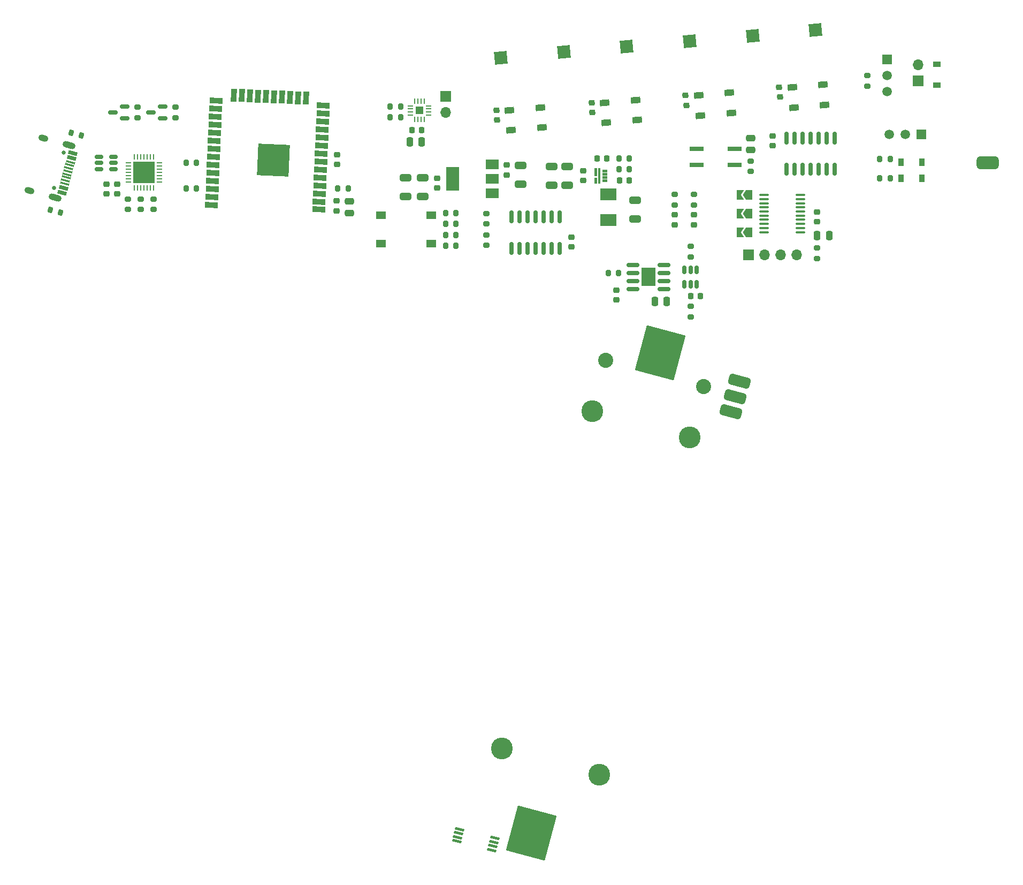
<source format=gts>
G04 #@! TF.GenerationSoftware,KiCad,Pcbnew,(6.0.5-0)*
G04 #@! TF.CreationDate,2022-11-26T13:27:52+01:00*
G04 #@! TF.ProjectId,Phazor,5068617a-6f72-42e6-9b69-6361645f7063,rev?*
G04 #@! TF.SameCoordinates,Original*
G04 #@! TF.FileFunction,Soldermask,Top*
G04 #@! TF.FilePolarity,Negative*
%FSLAX46Y46*%
G04 Gerber Fmt 4.6, Leading zero omitted, Abs format (unit mm)*
G04 Created by KiCad (PCBNEW (6.0.5-0)) date 2022-11-26 13:27:52*
%MOMM*%
%LPD*%
G01*
G04 APERTURE LIST*
G04 Aperture macros list*
%AMRoundRect*
0 Rectangle with rounded corners*
0 $1 Rounding radius*
0 $2 $3 $4 $5 $6 $7 $8 $9 X,Y pos of 4 corners*
0 Add a 4 corners polygon primitive as box body*
4,1,4,$2,$3,$4,$5,$6,$7,$8,$9,$2,$3,0*
0 Add four circle primitives for the rounded corners*
1,1,$1+$1,$2,$3*
1,1,$1+$1,$4,$5*
1,1,$1+$1,$6,$7*
1,1,$1+$1,$8,$9*
0 Add four rect primitives between the rounded corners*
20,1,$1+$1,$2,$3,$4,$5,0*
20,1,$1+$1,$4,$5,$6,$7,0*
20,1,$1+$1,$6,$7,$8,$9,0*
20,1,$1+$1,$8,$9,$2,$3,0*%
%AMHorizOval*
0 Thick line with rounded ends*
0 $1 width*
0 $2 $3 position (X,Y) of the first rounded end (center of the circle)*
0 $4 $5 position (X,Y) of the second rounded end (center of the circle)*
0 Add line between two ends*
20,1,$1,$2,$3,$4,$5,0*
0 Add two circle primitives to create the rounded ends*
1,1,$1,$2,$3*
1,1,$1,$4,$5*%
%AMRotRect*
0 Rectangle, with rotation*
0 The origin of the aperture is its center*
0 $1 length*
0 $2 width*
0 $3 Rotation angle, in degrees counterclockwise*
0 Add horizontal line*
21,1,$1,$2,0,0,$3*%
%AMFreePoly0*
4,1,6,1.000000,0.000000,0.500000,-0.750000,-0.500000,-0.750000,-0.500000,0.750000,0.500000,0.750000,1.000000,0.000000,1.000000,0.000000,$1*%
%AMFreePoly1*
4,1,6,0.500000,-0.750000,-0.650000,-0.750000,-0.150000,0.000000,-0.650000,0.750000,0.500000,0.750000,0.500000,-0.750000,0.500000,-0.750000,$1*%
G04 Aperture macros list end*
%ADD10C,0.010000*%
%ADD11FreePoly0,180.000000*%
%ADD12FreePoly1,180.000000*%
%ADD13C,3.450000*%
%ADD14C,2.390000*%
%ADD15RotRect,7.340000X6.350000X255.000000*%
%ADD16RoundRect,0.200000X-0.200000X-0.275000X0.200000X-0.275000X0.200000X0.275000X-0.200000X0.275000X0*%
%ADD17RoundRect,0.200000X-0.275000X0.200000X-0.275000X-0.200000X0.275000X-0.200000X0.275000X0.200000X0*%
%ADD18R,1.550000X1.300000*%
%ADD19RoundRect,0.250000X-0.650000X0.325000X-0.650000X-0.325000X0.650000X-0.325000X0.650000X0.325000X0*%
%ADD20RoundRect,0.437500X-1.154544X0.762293X-1.381011X-0.082893X1.154544X-0.762293X1.381011X0.082893X0*%
%ADD21R,2.000000X1.500000*%
%ADD22R,2.000000X3.800000*%
%ADD23RoundRect,0.218750X0.256250X-0.218750X0.256250X0.218750X-0.256250X0.218750X-0.256250X-0.218750X0*%
%ADD24RotRect,2.000000X2.000000X95.000000*%
%ADD25R,1.500000X1.500000*%
%ADD26C,1.500000*%
%ADD27RoundRect,0.225000X0.250000X-0.225000X0.250000X0.225000X-0.250000X0.225000X-0.250000X-0.225000X0*%
%ADD28RoundRect,0.225000X-0.250000X0.225000X-0.250000X-0.225000X0.250000X-0.225000X0.250000X0.225000X0*%
%ADD29RoundRect,0.200000X0.275000X-0.200000X0.275000X0.200000X-0.275000X0.200000X-0.275000X-0.200000X0*%
%ADD30R,0.900000X1.200000*%
%ADD31R,1.700000X1.700000*%
%ADD32O,1.700000X1.700000*%
%ADD33RotRect,1.500000X1.000000X5.000000*%
%ADD34RoundRect,0.200000X0.200000X0.275000X-0.200000X0.275000X-0.200000X-0.275000X0.200000X-0.275000X0*%
%ADD35RoundRect,0.150000X-0.150000X0.512500X-0.150000X-0.512500X0.150000X-0.512500X0.150000X0.512500X0*%
%ADD36RoundRect,0.250000X-0.475000X0.250000X-0.475000X-0.250000X0.475000X-0.250000X0.475000X0.250000X0*%
%ADD37C,0.650000*%
%ADD38RotRect,0.600000X1.450000X255.000000*%
%ADD39RotRect,0.300000X1.450000X255.000000*%
%ADD40HorizOval,1.000000X-0.531259X0.142350X0.531259X-0.142350X0*%
%ADD41HorizOval,1.000000X-0.289778X0.077646X0.289778X-0.077646X0*%
%ADD42RoundRect,0.225000X0.225000X0.250000X-0.225000X0.250000X-0.225000X-0.250000X0.225000X-0.250000X0*%
%ADD43RoundRect,0.225000X-0.268659X0.202355X-0.229439X-0.245933X0.268659X-0.202355X0.229439X0.245933X0*%
%ADD44RoundRect,0.150000X0.587500X0.150000X-0.587500X0.150000X-0.587500X-0.150000X0.587500X-0.150000X0*%
%ADD45RoundRect,0.250000X0.250000X0.475000X-0.250000X0.475000X-0.250000X-0.475000X0.250000X-0.475000X0*%
%ADD46RoundRect,0.200000X-0.264360X-0.213866X0.122010X-0.317393X0.264360X0.213866X-0.122010X0.317393X0*%
%ADD47RoundRect,0.500000X1.250000X0.500000X-1.250000X0.500000X-1.250000X-0.500000X1.250000X-0.500000X0*%
%ADD48RoundRect,0.150000X-0.825000X-0.150000X0.825000X-0.150000X0.825000X0.150000X-0.825000X0.150000X0*%
%ADD49R,2.290000X3.000000*%
%ADD50RoundRect,0.250000X0.650000X-0.325000X0.650000X0.325000X-0.650000X0.325000X-0.650000X-0.325000X0*%
%ADD51RoundRect,0.150000X-0.512500X-0.150000X0.512500X-0.150000X0.512500X0.150000X-0.512500X0.150000X0*%
%ADD52RoundRect,0.150000X0.150000X-0.825000X0.150000X0.825000X-0.150000X0.825000X-0.150000X-0.825000X0*%
%ADD53RotRect,2.000000X0.900000X177.500000*%
%ADD54RotRect,2.000000X0.900000X267.500000*%
%ADD55RotRect,5.000000X5.000000X177.500000*%
%ADD56R,2.500000X1.900000*%
%ADD57RoundRect,0.062500X-0.337500X-0.062500X0.337500X-0.062500X0.337500X0.062500X-0.337500X0.062500X0*%
%ADD58RoundRect,0.062500X-0.062500X-0.337500X0.062500X-0.337500X0.062500X0.337500X-0.062500X0.337500X0*%
%ADD59R,3.350000X3.350000*%
%ADD60RoundRect,0.100000X0.642756X-0.057196X-0.594371X0.251255X-0.642756X0.057196X0.594371X-0.251255X0*%
%ADD61RoundRect,0.250000X-0.250000X-0.475000X0.250000X-0.475000X0.250000X0.475000X-0.250000X0.475000X0*%
%ADD62RoundRect,0.062500X-0.350000X-0.062500X0.350000X-0.062500X0.350000X0.062500X-0.350000X0.062500X0*%
%ADD63RoundRect,0.062500X-0.062500X-0.350000X0.062500X-0.350000X0.062500X0.350000X-0.062500X0.350000X0*%
%ADD64R,1.230000X1.230000*%
%ADD65R,1.200000X0.900000*%
%ADD66RoundRect,0.100000X0.637500X0.100000X-0.637500X0.100000X-0.637500X-0.100000X0.637500X-0.100000X0*%
%ADD67RoundRect,0.187500X0.937500X0.187500X-0.937500X0.187500X-0.937500X-0.187500X0.937500X-0.187500X0*%
%ADD68RoundRect,0.150000X-0.150000X0.825000X-0.150000X-0.825000X0.150000X-0.825000X0.150000X0.825000X0*%
G04 APERTURE END LIST*
G36*
X165628520Y-44622479D02*
G01*
X165634520Y-44622479D01*
X165644520Y-44624479D01*
X165659520Y-44630479D01*
X165663520Y-44632479D01*
X165668520Y-44634479D01*
X165672520Y-44637479D01*
X165677520Y-44640479D01*
X165681520Y-44643479D01*
X165685520Y-44647479D01*
X165689520Y-44650479D01*
X165692520Y-44654479D01*
X165696520Y-44658479D01*
X165699520Y-44662479D01*
X165702520Y-44667479D01*
X165705520Y-44671479D01*
X165707520Y-44676479D01*
X165709520Y-44680479D01*
X165715520Y-44695479D01*
X165717520Y-44705479D01*
X165717520Y-44711479D01*
X165718520Y-44716479D01*
X165718520Y-44876479D01*
X165717520Y-44881479D01*
X165717520Y-44887479D01*
X165715520Y-44897479D01*
X165709520Y-44912479D01*
X165707520Y-44916479D01*
X165705520Y-44921479D01*
X165702520Y-44925479D01*
X165699520Y-44930479D01*
X165696520Y-44934479D01*
X165692520Y-44938479D01*
X165689520Y-44942479D01*
X165685520Y-44945479D01*
X165681520Y-44949479D01*
X165677520Y-44952479D01*
X165672520Y-44955479D01*
X165668520Y-44958479D01*
X165663520Y-44960479D01*
X165659520Y-44962479D01*
X165644520Y-44968479D01*
X165634520Y-44970479D01*
X165628520Y-44970479D01*
X165623520Y-44971479D01*
X165113520Y-44971479D01*
X165108520Y-44970479D01*
X165102520Y-44970479D01*
X165092520Y-44968479D01*
X165077520Y-44962479D01*
X165073520Y-44960479D01*
X165068520Y-44958479D01*
X165064520Y-44955479D01*
X165059520Y-44952479D01*
X165055520Y-44949479D01*
X165051520Y-44945479D01*
X165047520Y-44942479D01*
X165044520Y-44938479D01*
X165040520Y-44934479D01*
X165037520Y-44930479D01*
X165034520Y-44925479D01*
X165031520Y-44921479D01*
X165029520Y-44916479D01*
X165027520Y-44912479D01*
X165021520Y-44897479D01*
X165019520Y-44887479D01*
X165019520Y-44881479D01*
X165018520Y-44876479D01*
X165018520Y-44716479D01*
X165019520Y-44711479D01*
X165019520Y-44705479D01*
X165021520Y-44695479D01*
X165027520Y-44680479D01*
X165029520Y-44676479D01*
X165031520Y-44671479D01*
X165034520Y-44667479D01*
X165037520Y-44662479D01*
X165040520Y-44658479D01*
X165044520Y-44654479D01*
X165047520Y-44650479D01*
X165051520Y-44647479D01*
X165055520Y-44643479D01*
X165059520Y-44640479D01*
X165064520Y-44637479D01*
X165068520Y-44634479D01*
X165073520Y-44632479D01*
X165077520Y-44630479D01*
X165092520Y-44624479D01*
X165102520Y-44622479D01*
X165108520Y-44622479D01*
X165113520Y-44621479D01*
X165623520Y-44621479D01*
X165628520Y-44622479D01*
G37*
D10*
X165628520Y-44622479D02*
X165634520Y-44622479D01*
X165644520Y-44624479D01*
X165659520Y-44630479D01*
X165663520Y-44632479D01*
X165668520Y-44634479D01*
X165672520Y-44637479D01*
X165677520Y-44640479D01*
X165681520Y-44643479D01*
X165685520Y-44647479D01*
X165689520Y-44650479D01*
X165692520Y-44654479D01*
X165696520Y-44658479D01*
X165699520Y-44662479D01*
X165702520Y-44667479D01*
X165705520Y-44671479D01*
X165707520Y-44676479D01*
X165709520Y-44680479D01*
X165715520Y-44695479D01*
X165717520Y-44705479D01*
X165717520Y-44711479D01*
X165718520Y-44716479D01*
X165718520Y-44876479D01*
X165717520Y-44881479D01*
X165717520Y-44887479D01*
X165715520Y-44897479D01*
X165709520Y-44912479D01*
X165707520Y-44916479D01*
X165705520Y-44921479D01*
X165702520Y-44925479D01*
X165699520Y-44930479D01*
X165696520Y-44934479D01*
X165692520Y-44938479D01*
X165689520Y-44942479D01*
X165685520Y-44945479D01*
X165681520Y-44949479D01*
X165677520Y-44952479D01*
X165672520Y-44955479D01*
X165668520Y-44958479D01*
X165663520Y-44960479D01*
X165659520Y-44962479D01*
X165644520Y-44968479D01*
X165634520Y-44970479D01*
X165628520Y-44970479D01*
X165623520Y-44971479D01*
X165113520Y-44971479D01*
X165108520Y-44970479D01*
X165102520Y-44970479D01*
X165092520Y-44968479D01*
X165077520Y-44962479D01*
X165073520Y-44960479D01*
X165068520Y-44958479D01*
X165064520Y-44955479D01*
X165059520Y-44952479D01*
X165055520Y-44949479D01*
X165051520Y-44945479D01*
X165047520Y-44942479D01*
X165044520Y-44938479D01*
X165040520Y-44934479D01*
X165037520Y-44930479D01*
X165034520Y-44925479D01*
X165031520Y-44921479D01*
X165029520Y-44916479D01*
X165027520Y-44912479D01*
X165021520Y-44897479D01*
X165019520Y-44887479D01*
X165019520Y-44881479D01*
X165018520Y-44876479D01*
X165018520Y-44716479D01*
X165019520Y-44711479D01*
X165019520Y-44705479D01*
X165021520Y-44695479D01*
X165027520Y-44680479D01*
X165029520Y-44676479D01*
X165031520Y-44671479D01*
X165034520Y-44667479D01*
X165037520Y-44662479D01*
X165040520Y-44658479D01*
X165044520Y-44654479D01*
X165047520Y-44650479D01*
X165051520Y-44647479D01*
X165055520Y-44643479D01*
X165059520Y-44640479D01*
X165064520Y-44637479D01*
X165068520Y-44634479D01*
X165073520Y-44632479D01*
X165077520Y-44630479D01*
X165092520Y-44624479D01*
X165102520Y-44622479D01*
X165108520Y-44622479D01*
X165113520Y-44621479D01*
X165623520Y-44621479D01*
X165628520Y-44622479D01*
G36*
X164536520Y-44347479D02*
G01*
X164538520Y-44347479D01*
X164541520Y-44348479D01*
X164543520Y-44348479D01*
X164546520Y-44349479D01*
X164548520Y-44350479D01*
X164551520Y-44351479D01*
X164553520Y-44353479D01*
X164555520Y-44354479D01*
X164557520Y-44356479D01*
X164559520Y-44357479D01*
X164567520Y-44365479D01*
X164568520Y-44367479D01*
X164570520Y-44369479D01*
X164571520Y-44371479D01*
X164573520Y-44373479D01*
X164574520Y-44376479D01*
X164575520Y-44378479D01*
X164576520Y-44381479D01*
X164576520Y-44383479D01*
X164577520Y-44386479D01*
X164577520Y-44388479D01*
X164578520Y-44391479D01*
X164578520Y-46701479D01*
X164577520Y-46704479D01*
X164577520Y-46706479D01*
X164576520Y-46709479D01*
X164576520Y-46711479D01*
X164575520Y-46714479D01*
X164574520Y-46716479D01*
X164573520Y-46719479D01*
X164571520Y-46721479D01*
X164570520Y-46723479D01*
X164568520Y-46725479D01*
X164567520Y-46727479D01*
X164559520Y-46735479D01*
X164557520Y-46736479D01*
X164555520Y-46738479D01*
X164553520Y-46739479D01*
X164551520Y-46741479D01*
X164548520Y-46742479D01*
X164546520Y-46743479D01*
X164543520Y-46744479D01*
X164541520Y-46744479D01*
X164538520Y-46745479D01*
X164536520Y-46745479D01*
X164533520Y-46746479D01*
X164373520Y-46746479D01*
X164370520Y-46745479D01*
X164368520Y-46745479D01*
X164365520Y-46744479D01*
X164363520Y-46744479D01*
X164360520Y-46743479D01*
X164358520Y-46742479D01*
X164355520Y-46741479D01*
X164353520Y-46739479D01*
X164351520Y-46738479D01*
X164349520Y-46736479D01*
X164347520Y-46735479D01*
X164339520Y-46727479D01*
X164338520Y-46725479D01*
X164336520Y-46723479D01*
X164335520Y-46721479D01*
X164333520Y-46719479D01*
X164332520Y-46716479D01*
X164331520Y-46714479D01*
X164330520Y-46711479D01*
X164330520Y-46709479D01*
X164329520Y-46706479D01*
X164329520Y-46704479D01*
X164328520Y-46701479D01*
X164328520Y-44391479D01*
X164329520Y-44388479D01*
X164329520Y-44386479D01*
X164330520Y-44383479D01*
X164330520Y-44381479D01*
X164331520Y-44378479D01*
X164332520Y-44376479D01*
X164333520Y-44373479D01*
X164335520Y-44371479D01*
X164336520Y-44369479D01*
X164338520Y-44367479D01*
X164339520Y-44365479D01*
X164347520Y-44357479D01*
X164349520Y-44356479D01*
X164351520Y-44354479D01*
X164353520Y-44353479D01*
X164355520Y-44351479D01*
X164358520Y-44350479D01*
X164360520Y-44349479D01*
X164363520Y-44348479D01*
X164365520Y-44348479D01*
X164368520Y-44347479D01*
X164370520Y-44347479D01*
X164373520Y-44346479D01*
X164533520Y-44346479D01*
X164536520Y-44347479D01*
G37*
X164536520Y-44347479D02*
X164538520Y-44347479D01*
X164541520Y-44348479D01*
X164543520Y-44348479D01*
X164546520Y-44349479D01*
X164548520Y-44350479D01*
X164551520Y-44351479D01*
X164553520Y-44353479D01*
X164555520Y-44354479D01*
X164557520Y-44356479D01*
X164559520Y-44357479D01*
X164567520Y-44365479D01*
X164568520Y-44367479D01*
X164570520Y-44369479D01*
X164571520Y-44371479D01*
X164573520Y-44373479D01*
X164574520Y-44376479D01*
X164575520Y-44378479D01*
X164576520Y-44381479D01*
X164576520Y-44383479D01*
X164577520Y-44386479D01*
X164577520Y-44388479D01*
X164578520Y-44391479D01*
X164578520Y-46701479D01*
X164577520Y-46704479D01*
X164577520Y-46706479D01*
X164576520Y-46709479D01*
X164576520Y-46711479D01*
X164575520Y-46714479D01*
X164574520Y-46716479D01*
X164573520Y-46719479D01*
X164571520Y-46721479D01*
X164570520Y-46723479D01*
X164568520Y-46725479D01*
X164567520Y-46727479D01*
X164559520Y-46735479D01*
X164557520Y-46736479D01*
X164555520Y-46738479D01*
X164553520Y-46739479D01*
X164551520Y-46741479D01*
X164548520Y-46742479D01*
X164546520Y-46743479D01*
X164543520Y-46744479D01*
X164541520Y-46744479D01*
X164538520Y-46745479D01*
X164536520Y-46745479D01*
X164533520Y-46746479D01*
X164373520Y-46746479D01*
X164370520Y-46745479D01*
X164368520Y-46745479D01*
X164365520Y-46744479D01*
X164363520Y-46744479D01*
X164360520Y-46743479D01*
X164358520Y-46742479D01*
X164355520Y-46741479D01*
X164353520Y-46739479D01*
X164351520Y-46738479D01*
X164349520Y-46736479D01*
X164347520Y-46735479D01*
X164339520Y-46727479D01*
X164338520Y-46725479D01*
X164336520Y-46723479D01*
X164335520Y-46721479D01*
X164333520Y-46719479D01*
X164332520Y-46716479D01*
X164331520Y-46714479D01*
X164330520Y-46711479D01*
X164330520Y-46709479D01*
X164329520Y-46706479D01*
X164329520Y-46704479D01*
X164328520Y-46701479D01*
X164328520Y-44391479D01*
X164329520Y-44388479D01*
X164329520Y-44386479D01*
X164330520Y-44383479D01*
X164330520Y-44381479D01*
X164331520Y-44378479D01*
X164332520Y-44376479D01*
X164333520Y-44373479D01*
X164335520Y-44371479D01*
X164336520Y-44369479D01*
X164338520Y-44367479D01*
X164339520Y-44365479D01*
X164347520Y-44357479D01*
X164349520Y-44356479D01*
X164351520Y-44354479D01*
X164353520Y-44353479D01*
X164355520Y-44351479D01*
X164358520Y-44350479D01*
X164360520Y-44349479D01*
X164363520Y-44348479D01*
X164365520Y-44348479D01*
X164368520Y-44347479D01*
X164370520Y-44347479D01*
X164373520Y-44346479D01*
X164533520Y-44346479D01*
X164536520Y-44347479D01*
G36*
X165628520Y-46122479D02*
G01*
X165634520Y-46122479D01*
X165644520Y-46124479D01*
X165659520Y-46130479D01*
X165663520Y-46132479D01*
X165668520Y-46134479D01*
X165672520Y-46137479D01*
X165677520Y-46140479D01*
X165681520Y-46143479D01*
X165685520Y-46147479D01*
X165689520Y-46150479D01*
X165692520Y-46154479D01*
X165696520Y-46158479D01*
X165699520Y-46162479D01*
X165702520Y-46167479D01*
X165705520Y-46171479D01*
X165707520Y-46176479D01*
X165709520Y-46180479D01*
X165715520Y-46195479D01*
X165717520Y-46205479D01*
X165717520Y-46211479D01*
X165718520Y-46216479D01*
X165718520Y-46376479D01*
X165717520Y-46381479D01*
X165717520Y-46387479D01*
X165715520Y-46397479D01*
X165709520Y-46412479D01*
X165707520Y-46416479D01*
X165705520Y-46421479D01*
X165702520Y-46425479D01*
X165699520Y-46430479D01*
X165696520Y-46434479D01*
X165692520Y-46438479D01*
X165689520Y-46442479D01*
X165685520Y-46445479D01*
X165681520Y-46449479D01*
X165677520Y-46452479D01*
X165672520Y-46455479D01*
X165668520Y-46458479D01*
X165663520Y-46460479D01*
X165659520Y-46462479D01*
X165644520Y-46468479D01*
X165634520Y-46470479D01*
X165628520Y-46470479D01*
X165623520Y-46471479D01*
X165113520Y-46471479D01*
X165108520Y-46470479D01*
X165102520Y-46470479D01*
X165092520Y-46468479D01*
X165077520Y-46462479D01*
X165073520Y-46460479D01*
X165068520Y-46458479D01*
X165064520Y-46455479D01*
X165059520Y-46452479D01*
X165055520Y-46449479D01*
X165051520Y-46445479D01*
X165047520Y-46442479D01*
X165044520Y-46438479D01*
X165040520Y-46434479D01*
X165037520Y-46430479D01*
X165034520Y-46425479D01*
X165031520Y-46421479D01*
X165029520Y-46416479D01*
X165027520Y-46412479D01*
X165021520Y-46397479D01*
X165019520Y-46387479D01*
X165019520Y-46381479D01*
X165018520Y-46376479D01*
X165018520Y-46216479D01*
X165019520Y-46211479D01*
X165019520Y-46205479D01*
X165021520Y-46195479D01*
X165027520Y-46180479D01*
X165029520Y-46176479D01*
X165031520Y-46171479D01*
X165034520Y-46167479D01*
X165037520Y-46162479D01*
X165040520Y-46158479D01*
X165044520Y-46154479D01*
X165047520Y-46150479D01*
X165051520Y-46147479D01*
X165055520Y-46143479D01*
X165059520Y-46140479D01*
X165064520Y-46137479D01*
X165068520Y-46134479D01*
X165073520Y-46132479D01*
X165077520Y-46130479D01*
X165092520Y-46124479D01*
X165102520Y-46122479D01*
X165108520Y-46122479D01*
X165113520Y-46121479D01*
X165623520Y-46121479D01*
X165628520Y-46122479D01*
G37*
X165628520Y-46122479D02*
X165634520Y-46122479D01*
X165644520Y-46124479D01*
X165659520Y-46130479D01*
X165663520Y-46132479D01*
X165668520Y-46134479D01*
X165672520Y-46137479D01*
X165677520Y-46140479D01*
X165681520Y-46143479D01*
X165685520Y-46147479D01*
X165689520Y-46150479D01*
X165692520Y-46154479D01*
X165696520Y-46158479D01*
X165699520Y-46162479D01*
X165702520Y-46167479D01*
X165705520Y-46171479D01*
X165707520Y-46176479D01*
X165709520Y-46180479D01*
X165715520Y-46195479D01*
X165717520Y-46205479D01*
X165717520Y-46211479D01*
X165718520Y-46216479D01*
X165718520Y-46376479D01*
X165717520Y-46381479D01*
X165717520Y-46387479D01*
X165715520Y-46397479D01*
X165709520Y-46412479D01*
X165707520Y-46416479D01*
X165705520Y-46421479D01*
X165702520Y-46425479D01*
X165699520Y-46430479D01*
X165696520Y-46434479D01*
X165692520Y-46438479D01*
X165689520Y-46442479D01*
X165685520Y-46445479D01*
X165681520Y-46449479D01*
X165677520Y-46452479D01*
X165672520Y-46455479D01*
X165668520Y-46458479D01*
X165663520Y-46460479D01*
X165659520Y-46462479D01*
X165644520Y-46468479D01*
X165634520Y-46470479D01*
X165628520Y-46470479D01*
X165623520Y-46471479D01*
X165113520Y-46471479D01*
X165108520Y-46470479D01*
X165102520Y-46470479D01*
X165092520Y-46468479D01*
X165077520Y-46462479D01*
X165073520Y-46460479D01*
X165068520Y-46458479D01*
X165064520Y-46455479D01*
X165059520Y-46452479D01*
X165055520Y-46449479D01*
X165051520Y-46445479D01*
X165047520Y-46442479D01*
X165044520Y-46438479D01*
X165040520Y-46434479D01*
X165037520Y-46430479D01*
X165034520Y-46425479D01*
X165031520Y-46421479D01*
X165029520Y-46416479D01*
X165027520Y-46412479D01*
X165021520Y-46397479D01*
X165019520Y-46387479D01*
X165019520Y-46381479D01*
X165018520Y-46376479D01*
X165018520Y-46216479D01*
X165019520Y-46211479D01*
X165019520Y-46205479D01*
X165021520Y-46195479D01*
X165027520Y-46180479D01*
X165029520Y-46176479D01*
X165031520Y-46171479D01*
X165034520Y-46167479D01*
X165037520Y-46162479D01*
X165040520Y-46158479D01*
X165044520Y-46154479D01*
X165047520Y-46150479D01*
X165051520Y-46147479D01*
X165055520Y-46143479D01*
X165059520Y-46140479D01*
X165064520Y-46137479D01*
X165068520Y-46134479D01*
X165073520Y-46132479D01*
X165077520Y-46130479D01*
X165092520Y-46124479D01*
X165102520Y-46122479D01*
X165108520Y-46122479D01*
X165113520Y-46121479D01*
X165623520Y-46121479D01*
X165628520Y-46122479D01*
G36*
X165628520Y-45622479D02*
G01*
X165634520Y-45622479D01*
X165644520Y-45624479D01*
X165659520Y-45630479D01*
X165663520Y-45632479D01*
X165668520Y-45634479D01*
X165672520Y-45637479D01*
X165677520Y-45640479D01*
X165681520Y-45643479D01*
X165685520Y-45647479D01*
X165689520Y-45650479D01*
X165692520Y-45654479D01*
X165696520Y-45658479D01*
X165699520Y-45662479D01*
X165702520Y-45667479D01*
X165705520Y-45671479D01*
X165707520Y-45676479D01*
X165709520Y-45680479D01*
X165715520Y-45695479D01*
X165717520Y-45705479D01*
X165717520Y-45711479D01*
X165718520Y-45716479D01*
X165718520Y-45876479D01*
X165717520Y-45881479D01*
X165717520Y-45887479D01*
X165715520Y-45897479D01*
X165709520Y-45912479D01*
X165707520Y-45916479D01*
X165705520Y-45921479D01*
X165702520Y-45925479D01*
X165699520Y-45930479D01*
X165696520Y-45934479D01*
X165692520Y-45938479D01*
X165689520Y-45942479D01*
X165685520Y-45945479D01*
X165681520Y-45949479D01*
X165677520Y-45952479D01*
X165672520Y-45955479D01*
X165668520Y-45958479D01*
X165663520Y-45960479D01*
X165659520Y-45962479D01*
X165644520Y-45968479D01*
X165634520Y-45970479D01*
X165628520Y-45970479D01*
X165623520Y-45971479D01*
X165113520Y-45971479D01*
X165108520Y-45970479D01*
X165102520Y-45970479D01*
X165092520Y-45968479D01*
X165077520Y-45962479D01*
X165073520Y-45960479D01*
X165068520Y-45958479D01*
X165064520Y-45955479D01*
X165059520Y-45952479D01*
X165055520Y-45949479D01*
X165051520Y-45945479D01*
X165047520Y-45942479D01*
X165044520Y-45938479D01*
X165040520Y-45934479D01*
X165037520Y-45930479D01*
X165034520Y-45925479D01*
X165031520Y-45921479D01*
X165029520Y-45916479D01*
X165027520Y-45912479D01*
X165021520Y-45897479D01*
X165019520Y-45887479D01*
X165019520Y-45881479D01*
X165018520Y-45876479D01*
X165018520Y-45716479D01*
X165019520Y-45711479D01*
X165019520Y-45705479D01*
X165021520Y-45695479D01*
X165027520Y-45680479D01*
X165029520Y-45676479D01*
X165031520Y-45671479D01*
X165034520Y-45667479D01*
X165037520Y-45662479D01*
X165040520Y-45658479D01*
X165044520Y-45654479D01*
X165047520Y-45650479D01*
X165051520Y-45647479D01*
X165055520Y-45643479D01*
X165059520Y-45640479D01*
X165064520Y-45637479D01*
X165068520Y-45634479D01*
X165073520Y-45632479D01*
X165077520Y-45630479D01*
X165092520Y-45624479D01*
X165102520Y-45622479D01*
X165108520Y-45622479D01*
X165113520Y-45621479D01*
X165623520Y-45621479D01*
X165628520Y-45622479D01*
G37*
X165628520Y-45622479D02*
X165634520Y-45622479D01*
X165644520Y-45624479D01*
X165659520Y-45630479D01*
X165663520Y-45632479D01*
X165668520Y-45634479D01*
X165672520Y-45637479D01*
X165677520Y-45640479D01*
X165681520Y-45643479D01*
X165685520Y-45647479D01*
X165689520Y-45650479D01*
X165692520Y-45654479D01*
X165696520Y-45658479D01*
X165699520Y-45662479D01*
X165702520Y-45667479D01*
X165705520Y-45671479D01*
X165707520Y-45676479D01*
X165709520Y-45680479D01*
X165715520Y-45695479D01*
X165717520Y-45705479D01*
X165717520Y-45711479D01*
X165718520Y-45716479D01*
X165718520Y-45876479D01*
X165717520Y-45881479D01*
X165717520Y-45887479D01*
X165715520Y-45897479D01*
X165709520Y-45912479D01*
X165707520Y-45916479D01*
X165705520Y-45921479D01*
X165702520Y-45925479D01*
X165699520Y-45930479D01*
X165696520Y-45934479D01*
X165692520Y-45938479D01*
X165689520Y-45942479D01*
X165685520Y-45945479D01*
X165681520Y-45949479D01*
X165677520Y-45952479D01*
X165672520Y-45955479D01*
X165668520Y-45958479D01*
X165663520Y-45960479D01*
X165659520Y-45962479D01*
X165644520Y-45968479D01*
X165634520Y-45970479D01*
X165628520Y-45970479D01*
X165623520Y-45971479D01*
X165113520Y-45971479D01*
X165108520Y-45970479D01*
X165102520Y-45970479D01*
X165092520Y-45968479D01*
X165077520Y-45962479D01*
X165073520Y-45960479D01*
X165068520Y-45958479D01*
X165064520Y-45955479D01*
X165059520Y-45952479D01*
X165055520Y-45949479D01*
X165051520Y-45945479D01*
X165047520Y-45942479D01*
X165044520Y-45938479D01*
X165040520Y-45934479D01*
X165037520Y-45930479D01*
X165034520Y-45925479D01*
X165031520Y-45921479D01*
X165029520Y-45916479D01*
X165027520Y-45912479D01*
X165021520Y-45897479D01*
X165019520Y-45887479D01*
X165019520Y-45881479D01*
X165018520Y-45876479D01*
X165018520Y-45716479D01*
X165019520Y-45711479D01*
X165019520Y-45705479D01*
X165021520Y-45695479D01*
X165027520Y-45680479D01*
X165029520Y-45676479D01*
X165031520Y-45671479D01*
X165034520Y-45667479D01*
X165037520Y-45662479D01*
X165040520Y-45658479D01*
X165044520Y-45654479D01*
X165047520Y-45650479D01*
X165051520Y-45647479D01*
X165055520Y-45643479D01*
X165059520Y-45640479D01*
X165064520Y-45637479D01*
X165068520Y-45634479D01*
X165073520Y-45632479D01*
X165077520Y-45630479D01*
X165092520Y-45624479D01*
X165102520Y-45622479D01*
X165108520Y-45622479D01*
X165113520Y-45621479D01*
X165623520Y-45621479D01*
X165628520Y-45622479D01*
G36*
X164036520Y-44347479D02*
G01*
X164038520Y-44347479D01*
X164041520Y-44348479D01*
X164043520Y-44348479D01*
X164046520Y-44349479D01*
X164048520Y-44350479D01*
X164051520Y-44351479D01*
X164053520Y-44353479D01*
X164055520Y-44354479D01*
X164057520Y-44356479D01*
X164059520Y-44357479D01*
X164067520Y-44365479D01*
X164068520Y-44367479D01*
X164070520Y-44369479D01*
X164071520Y-44371479D01*
X164073520Y-44373479D01*
X164074520Y-44376479D01*
X164075520Y-44378479D01*
X164076520Y-44381479D01*
X164076520Y-44383479D01*
X164077520Y-44386479D01*
X164077520Y-44388479D01*
X164078520Y-44391479D01*
X164078520Y-45501479D01*
X164077520Y-45504479D01*
X164077520Y-45506479D01*
X164076520Y-45509479D01*
X164076520Y-45511479D01*
X164075520Y-45514479D01*
X164074520Y-45516479D01*
X164073520Y-45519479D01*
X164071520Y-45521479D01*
X164070520Y-45523479D01*
X164068520Y-45525479D01*
X164067520Y-45527479D01*
X164059520Y-45535479D01*
X164057520Y-45536479D01*
X164055520Y-45538479D01*
X164053520Y-45539479D01*
X164051520Y-45541479D01*
X164048520Y-45542479D01*
X164046520Y-45543479D01*
X164043520Y-45544479D01*
X164041520Y-45544479D01*
X164038520Y-45545479D01*
X164036520Y-45545479D01*
X164033520Y-45546479D01*
X163823520Y-45546479D01*
X163820520Y-45545479D01*
X163818520Y-45545479D01*
X163815520Y-45544479D01*
X163813520Y-45544479D01*
X163810520Y-45543479D01*
X163808520Y-45542479D01*
X163805520Y-45541479D01*
X163803520Y-45539479D01*
X163801520Y-45538479D01*
X163799520Y-45536479D01*
X163797520Y-45535479D01*
X163789520Y-45527479D01*
X163788520Y-45525479D01*
X163786520Y-45523479D01*
X163785520Y-45521479D01*
X163783520Y-45519479D01*
X163782520Y-45516479D01*
X163781520Y-45514479D01*
X163780520Y-45511479D01*
X163780520Y-45509479D01*
X163779520Y-45506479D01*
X163779520Y-45504479D01*
X163778520Y-45501479D01*
X163778520Y-44391479D01*
X163779520Y-44388479D01*
X163779520Y-44386479D01*
X163780520Y-44383479D01*
X163780520Y-44381479D01*
X163781520Y-44378479D01*
X163782520Y-44376479D01*
X163783520Y-44373479D01*
X163785520Y-44371479D01*
X163786520Y-44369479D01*
X163788520Y-44367479D01*
X163789520Y-44365479D01*
X163797520Y-44357479D01*
X163799520Y-44356479D01*
X163801520Y-44354479D01*
X163803520Y-44353479D01*
X163805520Y-44351479D01*
X163808520Y-44350479D01*
X163810520Y-44349479D01*
X163813520Y-44348479D01*
X163815520Y-44348479D01*
X163818520Y-44347479D01*
X163820520Y-44347479D01*
X163823520Y-44346479D01*
X164033520Y-44346479D01*
X164036520Y-44347479D01*
G37*
X164036520Y-44347479D02*
X164038520Y-44347479D01*
X164041520Y-44348479D01*
X164043520Y-44348479D01*
X164046520Y-44349479D01*
X164048520Y-44350479D01*
X164051520Y-44351479D01*
X164053520Y-44353479D01*
X164055520Y-44354479D01*
X164057520Y-44356479D01*
X164059520Y-44357479D01*
X164067520Y-44365479D01*
X164068520Y-44367479D01*
X164070520Y-44369479D01*
X164071520Y-44371479D01*
X164073520Y-44373479D01*
X164074520Y-44376479D01*
X164075520Y-44378479D01*
X164076520Y-44381479D01*
X164076520Y-44383479D01*
X164077520Y-44386479D01*
X164077520Y-44388479D01*
X164078520Y-44391479D01*
X164078520Y-45501479D01*
X164077520Y-45504479D01*
X164077520Y-45506479D01*
X164076520Y-45509479D01*
X164076520Y-45511479D01*
X164075520Y-45514479D01*
X164074520Y-45516479D01*
X164073520Y-45519479D01*
X164071520Y-45521479D01*
X164070520Y-45523479D01*
X164068520Y-45525479D01*
X164067520Y-45527479D01*
X164059520Y-45535479D01*
X164057520Y-45536479D01*
X164055520Y-45538479D01*
X164053520Y-45539479D01*
X164051520Y-45541479D01*
X164048520Y-45542479D01*
X164046520Y-45543479D01*
X164043520Y-45544479D01*
X164041520Y-45544479D01*
X164038520Y-45545479D01*
X164036520Y-45545479D01*
X164033520Y-45546479D01*
X163823520Y-45546479D01*
X163820520Y-45545479D01*
X163818520Y-45545479D01*
X163815520Y-45544479D01*
X163813520Y-45544479D01*
X163810520Y-45543479D01*
X163808520Y-45542479D01*
X163805520Y-45541479D01*
X163803520Y-45539479D01*
X163801520Y-45538479D01*
X163799520Y-45536479D01*
X163797520Y-45535479D01*
X163789520Y-45527479D01*
X163788520Y-45525479D01*
X163786520Y-45523479D01*
X163785520Y-45521479D01*
X163783520Y-45519479D01*
X163782520Y-45516479D01*
X163781520Y-45514479D01*
X163780520Y-45511479D01*
X163780520Y-45509479D01*
X163779520Y-45506479D01*
X163779520Y-45504479D01*
X163778520Y-45501479D01*
X163778520Y-44391479D01*
X163779520Y-44388479D01*
X163779520Y-44386479D01*
X163780520Y-44383479D01*
X163780520Y-44381479D01*
X163781520Y-44378479D01*
X163782520Y-44376479D01*
X163783520Y-44373479D01*
X163785520Y-44371479D01*
X163786520Y-44369479D01*
X163788520Y-44367479D01*
X163789520Y-44365479D01*
X163797520Y-44357479D01*
X163799520Y-44356479D01*
X163801520Y-44354479D01*
X163803520Y-44353479D01*
X163805520Y-44351479D01*
X163808520Y-44350479D01*
X163810520Y-44349479D01*
X163813520Y-44348479D01*
X163815520Y-44348479D01*
X163818520Y-44347479D01*
X163820520Y-44347479D01*
X163823520Y-44346479D01*
X164033520Y-44346479D01*
X164036520Y-44347479D01*
G36*
X164036520Y-45847479D02*
G01*
X164038520Y-45847479D01*
X164041520Y-45848479D01*
X164043520Y-45848479D01*
X164046520Y-45849479D01*
X164048520Y-45850479D01*
X164051520Y-45851479D01*
X164053520Y-45853479D01*
X164055520Y-45854479D01*
X164057520Y-45856479D01*
X164059520Y-45857479D01*
X164067520Y-45865479D01*
X164068520Y-45867479D01*
X164070520Y-45869479D01*
X164071520Y-45871479D01*
X164073520Y-45873479D01*
X164074520Y-45876479D01*
X164075520Y-45878479D01*
X164076520Y-45881479D01*
X164076520Y-45883479D01*
X164077520Y-45886479D01*
X164077520Y-45888479D01*
X164078520Y-45891479D01*
X164078520Y-46701479D01*
X164077520Y-46704479D01*
X164077520Y-46706479D01*
X164076520Y-46709479D01*
X164076520Y-46711479D01*
X164075520Y-46714479D01*
X164074520Y-46716479D01*
X164073520Y-46719479D01*
X164071520Y-46721479D01*
X164070520Y-46723479D01*
X164068520Y-46725479D01*
X164067520Y-46727479D01*
X164059520Y-46735479D01*
X164057520Y-46736479D01*
X164055520Y-46738479D01*
X164053520Y-46739479D01*
X164051520Y-46741479D01*
X164048520Y-46742479D01*
X164046520Y-46743479D01*
X164043520Y-46744479D01*
X164041520Y-46744479D01*
X164038520Y-46745479D01*
X164036520Y-46745479D01*
X164033520Y-46746479D01*
X163823520Y-46746479D01*
X163820520Y-46745479D01*
X163818520Y-46745479D01*
X163815520Y-46744479D01*
X163813520Y-46744479D01*
X163810520Y-46743479D01*
X163808520Y-46742479D01*
X163805520Y-46741479D01*
X163803520Y-46739479D01*
X163801520Y-46738479D01*
X163799520Y-46736479D01*
X163797520Y-46735479D01*
X163789520Y-46727479D01*
X163788520Y-46725479D01*
X163786520Y-46723479D01*
X163785520Y-46721479D01*
X163783520Y-46719479D01*
X163782520Y-46716479D01*
X163781520Y-46714479D01*
X163780520Y-46711479D01*
X163780520Y-46709479D01*
X163779520Y-46706479D01*
X163779520Y-46704479D01*
X163778520Y-46701479D01*
X163778520Y-45891479D01*
X163779520Y-45888479D01*
X163779520Y-45886479D01*
X163780520Y-45883479D01*
X163780520Y-45881479D01*
X163781520Y-45878479D01*
X163782520Y-45876479D01*
X163783520Y-45873479D01*
X163785520Y-45871479D01*
X163786520Y-45869479D01*
X163788520Y-45867479D01*
X163789520Y-45865479D01*
X163797520Y-45857479D01*
X163799520Y-45856479D01*
X163801520Y-45854479D01*
X163803520Y-45853479D01*
X163805520Y-45851479D01*
X163808520Y-45850479D01*
X163810520Y-45849479D01*
X163813520Y-45848479D01*
X163815520Y-45848479D01*
X163818520Y-45847479D01*
X163820520Y-45847479D01*
X163823520Y-45846479D01*
X164033520Y-45846479D01*
X164036520Y-45847479D01*
G37*
X164036520Y-45847479D02*
X164038520Y-45847479D01*
X164041520Y-45848479D01*
X164043520Y-45848479D01*
X164046520Y-45849479D01*
X164048520Y-45850479D01*
X164051520Y-45851479D01*
X164053520Y-45853479D01*
X164055520Y-45854479D01*
X164057520Y-45856479D01*
X164059520Y-45857479D01*
X164067520Y-45865479D01*
X164068520Y-45867479D01*
X164070520Y-45869479D01*
X164071520Y-45871479D01*
X164073520Y-45873479D01*
X164074520Y-45876479D01*
X164075520Y-45878479D01*
X164076520Y-45881479D01*
X164076520Y-45883479D01*
X164077520Y-45886479D01*
X164077520Y-45888479D01*
X164078520Y-45891479D01*
X164078520Y-46701479D01*
X164077520Y-46704479D01*
X164077520Y-46706479D01*
X164076520Y-46709479D01*
X164076520Y-46711479D01*
X164075520Y-46714479D01*
X164074520Y-46716479D01*
X164073520Y-46719479D01*
X164071520Y-46721479D01*
X164070520Y-46723479D01*
X164068520Y-46725479D01*
X164067520Y-46727479D01*
X164059520Y-46735479D01*
X164057520Y-46736479D01*
X164055520Y-46738479D01*
X164053520Y-46739479D01*
X164051520Y-46741479D01*
X164048520Y-46742479D01*
X164046520Y-46743479D01*
X164043520Y-46744479D01*
X164041520Y-46744479D01*
X164038520Y-46745479D01*
X164036520Y-46745479D01*
X164033520Y-46746479D01*
X163823520Y-46746479D01*
X163820520Y-46745479D01*
X163818520Y-46745479D01*
X163815520Y-46744479D01*
X163813520Y-46744479D01*
X163810520Y-46743479D01*
X163808520Y-46742479D01*
X163805520Y-46741479D01*
X163803520Y-46739479D01*
X163801520Y-46738479D01*
X163799520Y-46736479D01*
X163797520Y-46735479D01*
X163789520Y-46727479D01*
X163788520Y-46725479D01*
X163786520Y-46723479D01*
X163785520Y-46721479D01*
X163783520Y-46719479D01*
X163782520Y-46716479D01*
X163781520Y-46714479D01*
X163780520Y-46711479D01*
X163780520Y-46709479D01*
X163779520Y-46706479D01*
X163779520Y-46704479D01*
X163778520Y-46701479D01*
X163778520Y-45891479D01*
X163779520Y-45888479D01*
X163779520Y-45886479D01*
X163780520Y-45883479D01*
X163780520Y-45881479D01*
X163781520Y-45878479D01*
X163782520Y-45876479D01*
X163783520Y-45873479D01*
X163785520Y-45871479D01*
X163786520Y-45869479D01*
X163788520Y-45867479D01*
X163789520Y-45865479D01*
X163797520Y-45857479D01*
X163799520Y-45856479D01*
X163801520Y-45854479D01*
X163803520Y-45853479D01*
X163805520Y-45851479D01*
X163808520Y-45850479D01*
X163810520Y-45849479D01*
X163813520Y-45848479D01*
X163815520Y-45848479D01*
X163818520Y-45847479D01*
X163820520Y-45847479D01*
X163823520Y-45846479D01*
X164033520Y-45846479D01*
X164036520Y-45847479D01*
G36*
X165628520Y-45122479D02*
G01*
X165634520Y-45122479D01*
X165644520Y-45124479D01*
X165659520Y-45130479D01*
X165663520Y-45132479D01*
X165668520Y-45134479D01*
X165672520Y-45137479D01*
X165677520Y-45140479D01*
X165681520Y-45143479D01*
X165685520Y-45147479D01*
X165689520Y-45150479D01*
X165692520Y-45154479D01*
X165696520Y-45158479D01*
X165699520Y-45162479D01*
X165702520Y-45167479D01*
X165705520Y-45171479D01*
X165707520Y-45176479D01*
X165709520Y-45180479D01*
X165715520Y-45195479D01*
X165717520Y-45205479D01*
X165717520Y-45211479D01*
X165718520Y-45216479D01*
X165718520Y-45376479D01*
X165717520Y-45381479D01*
X165717520Y-45387479D01*
X165715520Y-45397479D01*
X165709520Y-45412479D01*
X165707520Y-45416479D01*
X165705520Y-45421479D01*
X165702520Y-45425479D01*
X165699520Y-45430479D01*
X165696520Y-45434479D01*
X165692520Y-45438479D01*
X165689520Y-45442479D01*
X165685520Y-45445479D01*
X165681520Y-45449479D01*
X165677520Y-45452479D01*
X165672520Y-45455479D01*
X165668520Y-45458479D01*
X165663520Y-45460479D01*
X165659520Y-45462479D01*
X165644520Y-45468479D01*
X165634520Y-45470479D01*
X165628520Y-45470479D01*
X165623520Y-45471479D01*
X165113520Y-45471479D01*
X165108520Y-45470479D01*
X165102520Y-45470479D01*
X165092520Y-45468479D01*
X165077520Y-45462479D01*
X165073520Y-45460479D01*
X165068520Y-45458479D01*
X165064520Y-45455479D01*
X165059520Y-45452479D01*
X165055520Y-45449479D01*
X165051520Y-45445479D01*
X165047520Y-45442479D01*
X165044520Y-45438479D01*
X165040520Y-45434479D01*
X165037520Y-45430479D01*
X165034520Y-45425479D01*
X165031520Y-45421479D01*
X165029520Y-45416479D01*
X165027520Y-45412479D01*
X165021520Y-45397479D01*
X165019520Y-45387479D01*
X165019520Y-45381479D01*
X165018520Y-45376479D01*
X165018520Y-45216479D01*
X165019520Y-45211479D01*
X165019520Y-45205479D01*
X165021520Y-45195479D01*
X165027520Y-45180479D01*
X165029520Y-45176479D01*
X165031520Y-45171479D01*
X165034520Y-45167479D01*
X165037520Y-45162479D01*
X165040520Y-45158479D01*
X165044520Y-45154479D01*
X165047520Y-45150479D01*
X165051520Y-45147479D01*
X165055520Y-45143479D01*
X165059520Y-45140479D01*
X165064520Y-45137479D01*
X165068520Y-45134479D01*
X165073520Y-45132479D01*
X165077520Y-45130479D01*
X165092520Y-45124479D01*
X165102520Y-45122479D01*
X165108520Y-45122479D01*
X165113520Y-45121479D01*
X165623520Y-45121479D01*
X165628520Y-45122479D01*
G37*
X165628520Y-45122479D02*
X165634520Y-45122479D01*
X165644520Y-45124479D01*
X165659520Y-45130479D01*
X165663520Y-45132479D01*
X165668520Y-45134479D01*
X165672520Y-45137479D01*
X165677520Y-45140479D01*
X165681520Y-45143479D01*
X165685520Y-45147479D01*
X165689520Y-45150479D01*
X165692520Y-45154479D01*
X165696520Y-45158479D01*
X165699520Y-45162479D01*
X165702520Y-45167479D01*
X165705520Y-45171479D01*
X165707520Y-45176479D01*
X165709520Y-45180479D01*
X165715520Y-45195479D01*
X165717520Y-45205479D01*
X165717520Y-45211479D01*
X165718520Y-45216479D01*
X165718520Y-45376479D01*
X165717520Y-45381479D01*
X165717520Y-45387479D01*
X165715520Y-45397479D01*
X165709520Y-45412479D01*
X165707520Y-45416479D01*
X165705520Y-45421479D01*
X165702520Y-45425479D01*
X165699520Y-45430479D01*
X165696520Y-45434479D01*
X165692520Y-45438479D01*
X165689520Y-45442479D01*
X165685520Y-45445479D01*
X165681520Y-45449479D01*
X165677520Y-45452479D01*
X165672520Y-45455479D01*
X165668520Y-45458479D01*
X165663520Y-45460479D01*
X165659520Y-45462479D01*
X165644520Y-45468479D01*
X165634520Y-45470479D01*
X165628520Y-45470479D01*
X165623520Y-45471479D01*
X165113520Y-45471479D01*
X165108520Y-45470479D01*
X165102520Y-45470479D01*
X165092520Y-45468479D01*
X165077520Y-45462479D01*
X165073520Y-45460479D01*
X165068520Y-45458479D01*
X165064520Y-45455479D01*
X165059520Y-45452479D01*
X165055520Y-45449479D01*
X165051520Y-45445479D01*
X165047520Y-45442479D01*
X165044520Y-45438479D01*
X165040520Y-45434479D01*
X165037520Y-45430479D01*
X165034520Y-45425479D01*
X165031520Y-45421479D01*
X165029520Y-45416479D01*
X165027520Y-45412479D01*
X165021520Y-45397479D01*
X165019520Y-45387479D01*
X165019520Y-45381479D01*
X165018520Y-45376479D01*
X165018520Y-45216479D01*
X165019520Y-45211479D01*
X165019520Y-45205479D01*
X165021520Y-45195479D01*
X165027520Y-45180479D01*
X165029520Y-45176479D01*
X165031520Y-45171479D01*
X165034520Y-45167479D01*
X165037520Y-45162479D01*
X165040520Y-45158479D01*
X165044520Y-45154479D01*
X165047520Y-45150479D01*
X165051520Y-45147479D01*
X165055520Y-45143479D01*
X165059520Y-45140479D01*
X165064520Y-45137479D01*
X165068520Y-45134479D01*
X165073520Y-45132479D01*
X165077520Y-45130479D01*
X165092520Y-45124479D01*
X165102520Y-45122479D01*
X165108520Y-45122479D01*
X165113520Y-45121479D01*
X165623520Y-45121479D01*
X165628520Y-45122479D01*
D11*
X188178520Y-48546480D03*
D12*
X186728520Y-48546480D03*
D13*
X164537521Y-140276585D03*
X163369519Y-82816375D03*
D14*
X180980295Y-78911317D03*
D15*
X174132873Y-73556617D03*
X153774167Y-149536343D03*
D16*
X167628520Y-42796479D03*
X169278520Y-42796479D03*
D17*
X146653520Y-54921480D03*
X146653520Y-56571480D03*
D18*
X137928520Y-51796480D03*
X129978520Y-51796480D03*
X129978520Y-56296480D03*
X137928520Y-56296480D03*
D19*
X152053520Y-43971479D03*
X152053520Y-46921479D03*
D20*
X185352952Y-82914815D03*
X186000000Y-80500000D03*
X186647048Y-78085185D03*
D16*
X208903520Y-45946480D03*
X210553520Y-45946480D03*
D21*
X147603520Y-48346480D03*
D22*
X141303520Y-46046480D03*
D21*
X147603520Y-46046480D03*
X147603520Y-43746480D03*
D23*
X176453520Y-53333980D03*
X176453520Y-51758980D03*
D24*
X188777413Y-23403365D03*
D25*
X210028520Y-27166480D03*
D26*
X210028520Y-29706480D03*
X210028520Y-32246480D03*
D16*
X99128520Y-43546480D03*
X100778520Y-43546480D03*
D27*
X198953520Y-52821480D03*
X198953520Y-51271480D03*
D28*
X167253520Y-63671480D03*
X167253520Y-65221480D03*
D29*
X206953520Y-31371480D03*
X206953520Y-29721480D03*
D30*
X212253520Y-45946480D03*
X215553520Y-45946480D03*
D16*
X131428520Y-36346480D03*
X133078520Y-36346480D03*
D31*
X188153520Y-58046480D03*
D32*
X190693520Y-58046480D03*
X193233520Y-58046480D03*
X195773520Y-58046480D03*
D33*
X150282793Y-35187632D03*
X150561691Y-38375455D03*
X155443045Y-37948392D03*
X155164147Y-34760569D03*
D34*
X210553520Y-42946480D03*
X208903520Y-42946480D03*
D33*
X180220177Y-32875528D03*
X180499075Y-36063351D03*
X185380429Y-35636288D03*
X185101531Y-32448465D03*
D35*
X179903520Y-60408980D03*
X178953520Y-60408980D03*
X178003520Y-60408980D03*
X178003520Y-62683980D03*
X178953520Y-62683980D03*
X179903520Y-62683980D03*
D29*
X91453520Y-36371480D03*
X91453520Y-34721480D03*
D19*
X156953520Y-44071479D03*
X156953520Y-47021479D03*
D11*
X188178520Y-51546480D03*
D12*
X186728520Y-51546480D03*
D36*
X124953520Y-49596480D03*
X124953520Y-51496480D03*
D19*
X159453520Y-44071479D03*
X159453520Y-47021479D03*
D34*
X141853520Y-53196480D03*
X140203520Y-53196480D03*
D24*
X158891573Y-26018037D03*
X148929626Y-26889595D03*
D37*
X79712914Y-41927884D03*
X78216940Y-47510935D03*
D38*
X81201852Y-41954144D03*
X80994797Y-42726885D03*
D39*
X80684214Y-43885996D03*
X80425395Y-44851922D03*
X80295985Y-45334884D03*
X80037166Y-46300810D03*
D38*
X79726583Y-47459921D03*
X79519528Y-48232662D03*
X79519528Y-48232662D03*
X79726583Y-47459921D03*
D39*
X79907757Y-46783773D03*
X80166576Y-45817847D03*
X80554804Y-44368959D03*
X80813623Y-43403033D03*
D38*
X80994797Y-42726885D03*
X81201852Y-41954144D03*
D40*
X78358770Y-49029383D03*
D41*
X76557396Y-39601920D03*
D40*
X80594966Y-40683784D03*
D41*
X74321200Y-47947520D03*
D24*
X178815466Y-24274922D03*
D42*
X136428520Y-38346481D03*
X134878520Y-38346481D03*
D17*
X176453520Y-48521480D03*
X176453520Y-50171480D03*
D16*
X99128520Y-47546480D03*
X100778520Y-47546480D03*
D43*
X148225340Y-35191967D03*
X148360432Y-36736069D03*
D34*
X167578520Y-60946480D03*
X165928520Y-60946480D03*
D44*
X95391020Y-36496480D03*
X95391020Y-34596480D03*
X93516020Y-35546480D03*
D16*
X140203521Y-56596480D03*
X141853521Y-56596480D03*
D45*
X136403520Y-40246480D03*
X134503520Y-40246480D03*
D46*
X80956631Y-38732954D03*
X82550409Y-39160006D03*
D28*
X161953520Y-44771479D03*
X161953520Y-46321479D03*
D47*
X225953520Y-43546480D03*
D42*
X169228520Y-46296479D03*
X167678520Y-46296479D03*
D31*
X140228520Y-33046480D03*
D32*
X140228520Y-35586480D03*
D17*
X89953520Y-49221480D03*
X89953520Y-50871480D03*
D48*
X169803520Y-59636481D03*
X169803520Y-60906481D03*
X169803520Y-62176481D03*
X169803520Y-63446481D03*
X174753520Y-63446481D03*
X174753520Y-62176481D03*
X174753520Y-60906481D03*
X174753520Y-59636481D03*
D49*
X172278520Y-61541481D03*
D43*
X178162725Y-32879864D03*
X178297817Y-34423966D03*
D17*
X198953520Y-56971480D03*
X198953520Y-58621480D03*
D43*
X192969803Y-31583646D03*
X193104895Y-33127748D03*
D29*
X178953520Y-67871480D03*
X178953520Y-66221480D03*
D19*
X136553520Y-45871480D03*
X136553520Y-48821480D03*
D50*
X170153520Y-52421479D03*
X170153520Y-49471479D03*
D34*
X169278520Y-44546479D03*
X167628520Y-44546479D03*
D17*
X146653520Y-51521480D03*
X146653520Y-53171480D03*
X188453520Y-43221480D03*
X188453520Y-44871480D03*
D51*
X85316020Y-42596480D03*
X85316020Y-43546480D03*
X85316020Y-44496480D03*
X87591020Y-44496480D03*
X87591020Y-43546480D03*
X87591020Y-42596480D03*
D52*
X194143520Y-44521480D03*
X195413520Y-44521480D03*
X196683520Y-44521480D03*
X197953520Y-44521480D03*
X199223520Y-44521480D03*
X200493520Y-44521480D03*
X201763520Y-44521480D03*
X201763520Y-39571480D03*
X200493520Y-39571480D03*
X199223520Y-39571480D03*
X197953520Y-39571480D03*
X196683520Y-39571480D03*
X195413520Y-39571480D03*
X194143520Y-39571480D03*
D43*
X163282420Y-33999303D03*
X163417512Y-35543405D03*
D53*
X120121409Y-50914388D03*
X120176805Y-49645597D03*
X120232202Y-48376805D03*
X120287599Y-47108014D03*
X120342995Y-45839223D03*
X120398392Y-44570432D03*
X120453789Y-43301640D03*
X120509185Y-42032849D03*
X120564582Y-40764058D03*
X120619978Y-39495267D03*
X120675375Y-38226475D03*
X120730772Y-36957684D03*
X120786168Y-35688893D03*
X120841565Y-34420102D03*
D54*
X118102835Y-33299574D03*
X116834044Y-33244177D03*
X115565253Y-33188780D03*
X114296461Y-33133384D03*
X113027670Y-33077987D03*
X111758879Y-33022590D03*
X110490088Y-32967194D03*
X109221296Y-32911797D03*
X107952505Y-32856401D03*
X106683714Y-32801004D03*
D53*
X103857745Y-33678572D03*
X103802349Y-34947363D03*
X103746952Y-36216155D03*
X103691555Y-37484946D03*
X103636159Y-38753737D03*
X103580762Y-40022528D03*
X103525365Y-41291320D03*
X103469969Y-42560111D03*
X103414572Y-43828902D03*
X103359176Y-45097693D03*
X103303779Y-46366485D03*
X103248382Y-47635276D03*
X103192986Y-48904067D03*
X103137589Y-50172858D03*
D55*
X112955693Y-43094381D03*
D33*
X165339873Y-33994968D03*
X165618771Y-37182791D03*
X170500125Y-36755728D03*
X170221227Y-33567905D03*
D11*
X188178520Y-54546480D03*
D12*
X186728520Y-54546480D03*
D19*
X133853522Y-45871480D03*
X133853522Y-48821480D03*
D25*
X215443520Y-38996480D03*
D26*
X212903520Y-38996480D03*
X210363520Y-38996480D03*
D56*
X165953520Y-52596480D03*
X165953520Y-48496480D03*
D57*
X90003520Y-43546480D03*
X90003520Y-44046480D03*
X90003520Y-44546480D03*
X90003520Y-45046480D03*
X90003520Y-45546480D03*
X90003520Y-46046480D03*
X90003520Y-46546480D03*
D58*
X90953520Y-47496480D03*
X91453520Y-47496480D03*
X91953520Y-47496480D03*
X92453520Y-47496480D03*
X92953520Y-47496480D03*
X93453520Y-47496480D03*
X93953520Y-47496480D03*
D57*
X94903520Y-46546480D03*
X94903520Y-46046480D03*
X94903520Y-45546480D03*
X94903520Y-45046480D03*
X94903520Y-44546480D03*
X94903520Y-44046480D03*
X94903520Y-43546480D03*
D58*
X93953520Y-42596480D03*
X93453520Y-42596480D03*
X92953520Y-42596480D03*
X92453520Y-42596480D03*
X91953520Y-42596480D03*
X91453520Y-42596480D03*
X90953520Y-42596480D03*
D59*
X92453520Y-45046480D03*
D24*
X168853520Y-25146480D03*
D27*
X160110374Y-56821480D03*
X160110374Y-55271480D03*
D29*
X178953520Y-58371480D03*
X178953520Y-56721480D03*
D28*
X191953520Y-39271480D03*
X191953520Y-40821480D03*
D42*
X165728520Y-42796479D03*
X164178520Y-42796479D03*
D60*
X147495118Y-152185020D03*
X147652367Y-151554328D03*
X147809616Y-150923635D03*
X147966865Y-150292943D03*
X142411922Y-148907940D03*
X142254673Y-149538632D03*
X142097424Y-150169325D03*
X141940175Y-150800017D03*
D28*
X149853521Y-43871479D03*
X149853521Y-45421479D03*
X123053520Y-42246480D03*
X123053520Y-43796480D03*
X122953520Y-49546480D03*
X122953520Y-51096480D03*
D61*
X199003520Y-55046480D03*
X200903520Y-55046480D03*
D46*
X77656631Y-50932954D03*
X79250409Y-51360006D03*
D23*
X179453520Y-53333980D03*
X179453520Y-51758980D03*
D44*
X89391020Y-36496480D03*
X89391020Y-34596480D03*
X87516020Y-35546480D03*
D62*
X134616020Y-34496480D03*
X134616020Y-34996480D03*
X134616020Y-35496480D03*
X134616020Y-35996480D03*
D63*
X135303520Y-36683980D03*
X135803520Y-36683980D03*
X136303520Y-36683980D03*
X136803520Y-36683980D03*
D62*
X137491020Y-35996480D03*
X137491020Y-35496480D03*
X137491020Y-34996480D03*
X137491020Y-34496480D03*
D63*
X136803520Y-33808980D03*
X136303520Y-33808980D03*
X135803520Y-33808980D03*
X135303520Y-33808980D03*
D64*
X136053520Y-35246480D03*
D16*
X131428520Y-34646479D03*
X133078520Y-34646479D03*
D65*
X217953520Y-31196480D03*
X217953520Y-27896480D03*
D45*
X175203519Y-65446480D03*
X173303519Y-65446480D03*
D24*
X198739360Y-22531807D03*
D16*
X140203520Y-54896480D03*
X141853520Y-54896480D03*
D29*
X91953519Y-50871480D03*
X91953519Y-49221480D03*
D17*
X179453520Y-48521480D03*
X179453520Y-50171480D03*
D66*
X196316020Y-54471480D03*
X196316020Y-53821480D03*
X196316020Y-53171480D03*
X196316020Y-52521480D03*
X196316020Y-51871480D03*
X196316020Y-51221480D03*
X196316020Y-50571480D03*
X196316020Y-49921480D03*
X196316020Y-49271480D03*
X196316020Y-48621480D03*
X190591020Y-48621480D03*
X190591020Y-49271480D03*
X190591020Y-49921480D03*
X190591020Y-50571480D03*
X190591020Y-51221480D03*
X190591020Y-51871480D03*
X190591020Y-52521480D03*
X190591020Y-53171480D03*
X190591020Y-53821480D03*
X190591020Y-54471480D03*
D30*
X215553520Y-43446480D03*
X212253520Y-43446480D03*
D28*
X138853520Y-45971480D03*
X138853520Y-47521480D03*
D34*
X124778520Y-47546480D03*
X123128520Y-47546480D03*
D27*
X88253520Y-48421480D03*
X88253520Y-46871480D03*
D67*
X179953520Y-41276480D03*
X179953520Y-43816480D03*
X185953520Y-43816480D03*
X185953520Y-41276480D03*
D42*
X180503520Y-64546480D03*
X178953520Y-64546480D03*
D27*
X86553520Y-48421480D03*
X86553520Y-46871480D03*
D17*
X97453520Y-34721480D03*
X97453520Y-36371480D03*
D68*
X158263520Y-52071480D03*
X156993520Y-52071480D03*
X155723520Y-52071480D03*
X154453520Y-52071480D03*
X153183520Y-52071480D03*
X151913520Y-52071480D03*
X150643520Y-52071480D03*
X150643520Y-57021480D03*
X151913520Y-57021480D03*
X153183520Y-57021480D03*
X154453520Y-57021480D03*
X155723520Y-57021480D03*
X156993520Y-57021480D03*
X158263520Y-57021480D03*
D29*
X93953520Y-50871480D03*
X93953520Y-49221480D03*
D34*
X141853520Y-51496480D03*
X140203520Y-51496480D03*
D33*
X195027254Y-31579311D03*
X195306152Y-34767134D03*
X200187506Y-34340071D03*
X199908608Y-31152248D03*
D36*
X188453521Y-39596480D03*
X188453521Y-41496480D03*
D31*
X214953520Y-30586480D03*
D32*
X214953520Y-28046480D03*
D13*
X178824332Y-86957480D03*
D14*
X165525482Y-74770213D03*
D13*
X149082708Y-136135480D03*
M02*

</source>
